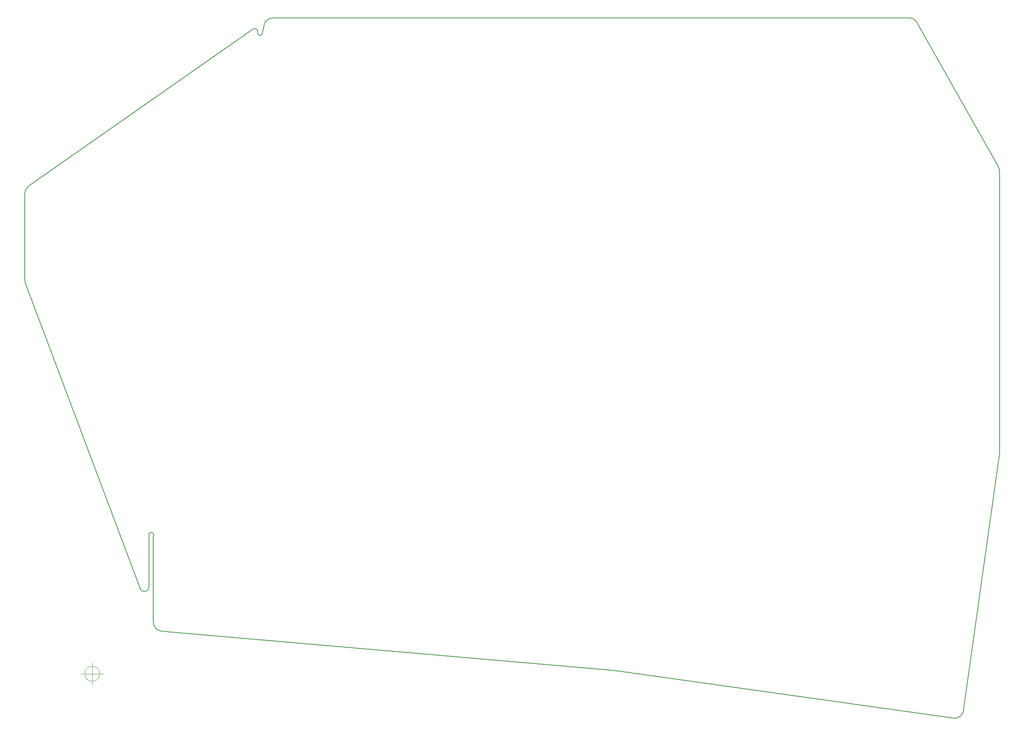
<source format=gm1>
%TF.GenerationSoftware,KiCad,Pcbnew,7.0.5-0*%
%TF.CreationDate,2023-07-26T18:11:08-07:00*%
%TF.ProjectId,ergodonk_simple,6572676f-646f-46e6-9b5f-73696d706c65,rev?*%
%TF.SameCoordinates,Original*%
%TF.FileFunction,Profile,NP*%
%FSLAX46Y46*%
G04 Gerber Fmt 4.6, Leading zero omitted, Abs format (unit mm)*
G04 Created by KiCad (PCBNEW 7.0.5-0) date 2023-07-26 18:11:08*
%MOMM*%
%LPD*%
G01*
G04 APERTURE LIST*
%TA.AperFunction,Profile*%
%ADD10C,0.150000*%
%TD*%
%TA.AperFunction,Profile*%
%ADD11C,0.100000*%
%TD*%
G04 APERTURE END LIST*
D10*
X241361653Y-177913542D02*
G75*
G03*
X243625535Y-176211346I283247J1979842D01*
G01*
X90190000Y-22293000D02*
X231540000Y-22293000D01*
X243625536Y-176211346D02*
X251575535Y-119621346D01*
X63620002Y-156593000D02*
G75*
G03*
X65445689Y-158585387I1999998J0D01*
G01*
X63652167Y-137185385D02*
G75*
G03*
X63249689Y-136604052I-491967J89385D01*
G01*
X65445689Y-158585388D02*
X166025689Y-167315389D01*
X251575535Y-119621346D02*
G75*
G03*
X251594999Y-119343000I-1980535J278346D01*
G01*
X233282428Y-23311192D02*
G75*
G03*
X231540000Y-22293000I-1742428J-981808D01*
G01*
X62619998Y-137543000D02*
X62619980Y-148779940D01*
X87820000Y-25790000D02*
X88235168Y-23870350D01*
X166025689Y-167315389D02*
X241361654Y-177913536D01*
X35841370Y-59743729D02*
X85650281Y-24790421D01*
X62668348Y-137006594D02*
G75*
G03*
X62619998Y-137543000I2951352J-536406D01*
G01*
X35045001Y-80391000D02*
G75*
G03*
X35172882Y-81094683I1999999J0D01*
G01*
X60683957Y-149125779D02*
G75*
G03*
X62619980Y-148779940I936043J351879D01*
G01*
X35172881Y-81094683D02*
X60683943Y-149125784D01*
X63620002Y-156593000D02*
X63620000Y-137543000D01*
X251337428Y-55358192D02*
X233282428Y-23311192D01*
X86842558Y-25578671D02*
G75*
G03*
X85650281Y-24790421I-761258J144371D01*
G01*
X86842584Y-25578676D02*
G75*
G03*
X87820000Y-25790000I488716J-105624D01*
G01*
X90190000Y-22293000D02*
G75*
G03*
X88235168Y-23870350I0J-2000000D01*
G01*
X251595000Y-56340000D02*
X251595000Y-119343000D01*
X63249691Y-136604041D02*
G75*
G03*
X62668344Y-137006594I-89391J-491959D01*
G01*
X35045000Y-80391000D02*
X35046987Y-61341000D01*
X35841370Y-59743729D02*
G75*
G03*
X35046987Y-61341000I1208630J-1597271D01*
G01*
X63652230Y-137185396D02*
G75*
G03*
X63620000Y-137543000I1967770J-357604D01*
G01*
X251595000Y-56340000D02*
G75*
G03*
X251337428Y-55358192I-2000000J0D01*
G01*
D11*
X51726666Y-168060000D02*
G75*
G03*
X51726666Y-168060000I-1666666J0D01*
G01*
X47560000Y-168060000D02*
X52560000Y-168060000D01*
X50060000Y-165560000D02*
X50060000Y-170560000D01*
M02*

</source>
